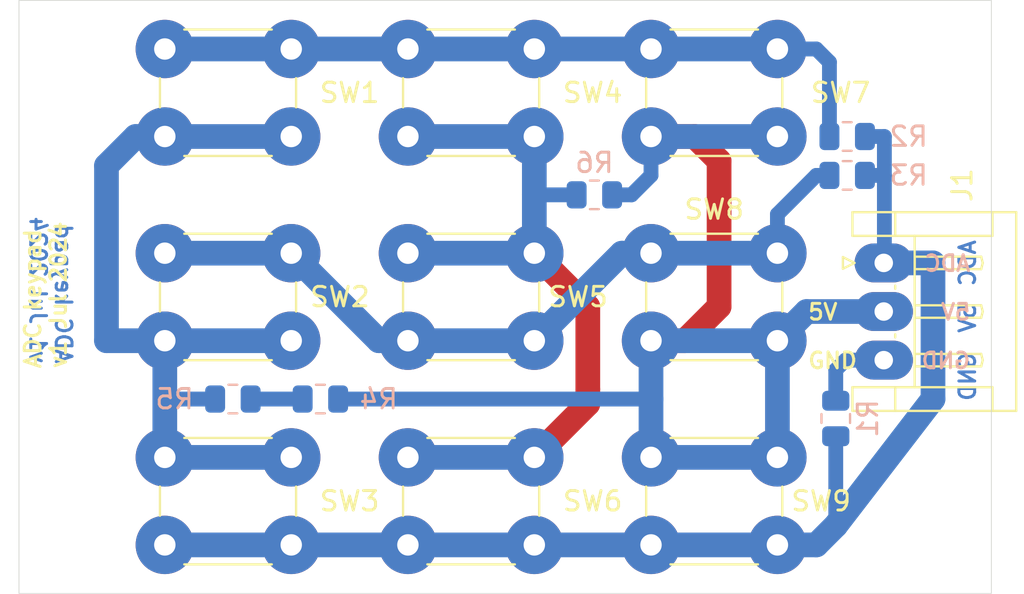
<source format=kicad_pcb>
(kicad_pcb (version 20221018) (generator pcbnew)
  (title_block (rev "1"))
  (layers (0 "F.Cu" signal "Front") (1 "In1.Cu" signal) (2 "In2.Cu" signal) (31 "B.Cu" signal "Back") (34 "B.Paste" user) (35 "F.Paste" user) (36 "B.SilkS" user "B.Silkscreen") (37 "F.SilkS" user "F.Silkscreen") (38 "B.Mask" user) (39 "F.Mask" user) (44 "Edge.Cuts" user))
  (net 0 "")
  (net 1 "+5V")
  (net 2 "ADC")
  (net 3 "Net-(R2-Pad1)")
  (net 4 "Net-(R3-Pad1)")
  (net 5 "Net-(R4-Pad2)")
  (net 6 "Net-(R5-Pad2)")
  (net 7 "Net-(R6-Pad2)")
  (net 8 "GND")
  (footprint "Button_Switch_THT:SW_PUSH_6mm" (layer "F.Cu") (at 122 47.5)
    (fp_text reference "SW1" (at 9.5 2.25) (layer "F.SilkS"))
    (fp_text value "B1")
    (fp_line (start -0.25 1.5) (end -0.25 3) (stroke (width 0.12)) (layer "F.SilkS"))
    (fp_line (start 1 5.5) (end 5.5 5.5) (stroke (width 0.12)) (layer "F.SilkS"))
    (fp_line (start 5.5 -1) (end 1 -1) (stroke (width 0.12)) (layer "F.SilkS"))
    (fp_line (start 6.75 3) (end 6.75 1.5) (stroke (width 0.12)) (layer "F.SilkS"))
    (pad "1" thru_hole circle (at 0 0 90) (size 3 3) (drill 1.1) (layers "*.Cu" "*.Mask") (net 3 "Net-(R2-Pad1)"))
    (pad "1" thru_hole circle (at 6.5 0 90) (size 3 3) (drill 1.1) (layers "*.Cu" "*.Mask") (net 3 "Net-(R2-Pad1)"))
    (pad "2" thru_hole circle (at 0 4.5 90) (size 3 3) (drill 1.1) (layers "*.Cu" "*.Mask") (net 6 "Net-(R5-Pad2)"))
    (pad "2" thru_hole circle (at 6.5 4.5 90) (size 3 3) (drill 1.1) (layers "*.Cu" "*.Mask") (net 6 "Net-(R5-Pad2)"))
  )
  (footprint "MountingHole:MountingHole_3.2mm_M3" (layer "F.Cu") (at 117 72)
    (fp_text reference "H3" hide)
    (fp_text value "MountingHole" hide)
    (pad "" np_thru_hole circle (at 0 0) (size 3.2 3.2) (drill 3.2) (layers "*.Cu" "*.Mask"))
  )
  (footprint "Button_Switch_THT:SW_PUSH_6mm" (layer "F.Cu") (at 147 47.5)
    (fp_text reference "SW7" (at 9.75 2.25) (layer "F.SilkS"))
    (fp_text value "B1")
    (fp_line (start -0.25 1.5) (end -0.25 3) (stroke (width 0.12)) (layer "F.SilkS"))
    (fp_line (start 1 5.5) (end 5.5 5.5) (stroke (width 0.12)) (layer "F.SilkS"))
    (fp_line (start 5.5 -1) (end 1 -1) (stroke (width 0.12)) (layer "F.SilkS"))
    (fp_line (start 6.75 3) (end 6.75 1.5) (stroke (width 0.12)) (layer "F.SilkS"))
    (pad "1" thru_hole circle (at 0 0 90) (size 3 3) (drill 1.1) (layers "*.Cu" "*.Mask") (net 3 "Net-(R2-Pad1)"))
    (pad "1" thru_hole circle (at 6.5 0 90) (size 3 3) (drill 1.1) (layers "*.Cu" "*.Mask") (net 3 "Net-(R2-Pad1)"))
    (pad "2" thru_hole circle (at 0 4.5 90) (size 3 3) (drill 1.1) (layers "*.Cu" "*.Mask") (net 1 "+5V"))
    (pad "2" thru_hole circle (at 6.5 4.5 90) (size 3 3) (drill 1.1) (layers "*.Cu" "*.Mask") (net 1 "+5V"))
  )
  (footprint "Button_Switch_THT:SW_PUSH_6mm" (layer "F.Cu") (at 153.5 73 180)
    (fp_text reference "SW9" (at -2.25 2.25) (layer "F.SilkS"))
    (fp_text value "B1")
    (fp_line (start -0.25 1.5) (end -0.25 3) (stroke (width 0.12)) (layer "F.SilkS"))
    (fp_line (start 1 5.5) (end 5.5 5.5) (stroke (width 0.12)) (layer "F.SilkS"))
    (fp_line (start 5.5 -1) (end 1 -1) (stroke (width 0.12)) (layer "F.SilkS"))
    (fp_line (start 6.75 3) (end 6.75 1.5) (stroke (width 0.12)) (layer "F.SilkS"))
    (pad "1" thru_hole circle (at 0 0 270) (size 3 3) (drill 1.1) (layers "*.Cu" "*.Mask") (net 2 "ADC"))
    (pad "1" thru_hole circle (at 6.5 0 270) (size 3 3) (drill 1.1) (layers "*.Cu" "*.Mask") (net 2 "ADC"))
    (pad "2" thru_hole circle (at 0 4.5 270) (size 3 3) (drill 1.1) (layers "*.Cu" "*.Mask") (net 1 "+5V"))
    (pad "2" thru_hole circle (at 6.5 4.5 270) (size 3 3) (drill 1.1) (layers "*.Cu" "*.Mask") (net 1 "+5V"))
  )
  (footprint "MountingHole:MountingHole_3.2mm_M3" (layer "F.Cu") (at 117 48.5)
    (fp_text reference "H1" hide)
    (fp_text value "MountingHole" hide)
    (pad "" np_thru_hole circle (at 0 0) (size 3.2 3.2) (drill 3.2) (layers "*.Cu" "*.Mask"))
  )
  (footprint "Button_Switch_THT:SW_PUSH_6mm" (layer "F.Cu") (at 141 62.5 180)
    (fp_text reference "SW5" (at -2.25 2.25) (layer "F.SilkS"))
    (fp_text value "B1")
    (fp_line (start -0.25 1.5) (end -0.25 3) (stroke (width 0.12)) (layer "F.SilkS"))
    (fp_line (start 1 5.5) (end 5.5 5.5) (stroke (width 0.12)) (layer "F.SilkS"))
    (fp_line (start 5.5 -1) (end 1 -1) (stroke (width 0.12)) (layer "F.SilkS"))
    (fp_line (start 6.75 3) (end 6.75 1.5) (stroke (width 0.12)) (layer "F.SilkS"))
    (pad "1" thru_hole circle (at 0 0 270) (size 3 3) (drill 1.1) (layers "*.Cu" "*.Mask") (net 4 "Net-(R3-Pad1)"))
    (pad "1" thru_hole circle (at 6.5 0 270) (size 3 3) (drill 1.1) (layers "*.Cu" "*.Mask") (net 4 "Net-(R3-Pad1)"))
    (pad "2" thru_hole circle (at 0 4.5 270) (size 3 3) (drill 1.1) (layers "*.Cu" "*.Mask") (net 7 "Net-(R6-Pad2)"))
    (pad "2" thru_hole circle (at 6.5 4.5 270) (size 3 3) (drill 1.1) (layers "*.Cu" "*.Mask") (net 7 "Net-(R6-Pad2)"))
  )
  (footprint "Button_Switch_THT:SW_PUSH_6mm" (layer "F.Cu") (at 122 58)
    (fp_text reference "SW2" (at 9 2.25) (layer "F.SilkS"))
    (fp_text value "B1")
    (fp_line (start -0.25 1.5) (end -0.25 3) (stroke (width 0.12)) (layer "F.SilkS"))
    (fp_line (start 1 5.5) (end 5.5 5.5) (stroke (width 0.12)) (layer "F.SilkS"))
    (fp_line (start 5.5 -1) (end 1 -1) (stroke (width 0.12)) (layer "F.SilkS"))
    (fp_line (start 6.75 3) (end 6.75 1.5) (stroke (width 0.12)) (layer "F.SilkS"))
    (pad "1" thru_hole circle (at 0 0 90) (size 3 3) (drill 1.1) (layers "*.Cu" "*.Mask") (net 4 "Net-(R3-Pad1)"))
    (pad "1" thru_hole circle (at 6.5 0 90) (size 3 3) (drill 1.1) (layers "*.Cu" "*.Mask") (net 4 "Net-(R3-Pad1)"))
    (pad "2" thru_hole circle (at 0 4.5 90) (size 3 3) (drill 1.1) (layers "*.Cu" "*.Mask") (net 6 "Net-(R5-Pad2)"))
    (pad "2" thru_hole circle (at 6.5 4.5 90) (size 3 3) (drill 1.1) (layers "*.Cu" "*.Mask") (net 6 "Net-(R5-Pad2)"))
  )
  (footprint "MountingHole:MountingHole_3.2mm_M3" (layer "F.Cu") (at 161 48.5)
    (fp_text reference "H2" hide)
    (fp_text value "MountingHole" hide)
    (pad "" np_thru_hole circle (at 0 0) (size 3.2 3.2) (drill 3.2) (layers "*.Cu" "*.Mask"))
  )
  (footprint "Button_Switch_THT:SW_PUSH_6mm" (layer "F.Cu") (at 128.5 73 180)
    (fp_text reference "SW3" (at -3 2.25) (layer "F.SilkS"))
    (fp_text value "B1")
    (fp_line (start -0.25 1.5) (end -0.25 3) (stroke (width 0.12)) (layer "F.SilkS"))
    (fp_line (start 1 5.5) (end 5.5 5.5) (stroke (width 0.12)) (layer "F.SilkS"))
    (fp_line (start 5.5 -1) (end 1 -1) (stroke (width 0.12)) (layer "F.SilkS"))
    (fp_line (start 6.75 3) (end 6.75 1.5) (stroke (width 0.12)) (layer "F.SilkS"))
    (pad "1" thru_hole circle (at 0 0 270) (size 3 3) (drill 1.1) (layers "*.Cu" "*.Mask") (net 2 "ADC"))
    (pad "1" thru_hole circle (at 6.5 0 270) (size 3 3) (drill 1.1) (layers "*.Cu" "*.Mask") (net 2 "ADC"))
    (pad "2" thru_hole circle (at 0 4.5 270) (size 3 3) (drill 1.1) (layers "*.Cu" "*.Mask") (net 6 "Net-(R5-Pad2)"))
    (pad "2" thru_hole circle (at 6.5 4.5 270) (size 3 3) (drill 1.1) (layers "*.Cu" "*.Mask") (net 6 "Net-(R5-Pad2)"))
  )
  (footprint "Button_Switch_THT:SW_PUSH_6mm" (layer "F.Cu") (at 134.5 47.5)
    (fp_text reference "SW4" (at 9.5 2.25) (layer "F.SilkS"))
    (fp_text value "B1")
    (fp_line (start -0.25 1.5) (end -0.25 3) (stroke (width 0.12)) (layer "F.SilkS"))
    (fp_line (start 1 5.5) (end 5.5 5.5) (stroke (width 0.12)) (layer "F.SilkS"))
    (fp_line (start 5.5 -1) (end 1 -1) (stroke (width 0.12)) (layer "F.SilkS"))
    (fp_line (start 6.75 3) (end 6.75 1.5) (stroke (width 0.12)) (layer "F.SilkS"))
    (pad "1" thru_hole circle (at 0 0 90) (size 3 3) (drill 1.1) (layers "*.Cu" "*.Mask") (net 3 "Net-(R2-Pad1)"))
    (pad "1" thru_hole circle (at 6.5 0 90) (size 3 3) (drill 1.1) (layers "*.Cu" "*.Mask") (net 3 "Net-(R2-Pad1)"))
    (pad "2" thru_hole circle (at 0 4.5 90) (size 3 3) (drill 1.1) (layers "*.Cu" "*.Mask") (net 7 "Net-(R6-Pad2)"))
    (pad "2" thru_hole circle (at 6.5 4.5 90) (size 3 3) (drill 1.1) (layers "*.Cu" "*.Mask") (net 7 "Net-(R6-Pad2)"))
  )
  (footprint "MountingHole:MountingHole_3.2mm_M3" (layer "F.Cu") (at 161 72)
    (fp_text reference "H4" hide)
    (fp_text value "MountingHole" hide)
    (pad "" np_thru_hole circle (at 0 0) (size 3.2 3.2) (drill 3.2) (layers "*.Cu" "*.Mask"))
  )
  (footprint "Button_Switch_THT:SW_PUSH_6mm" (layer "F.Cu") (at 141 73 180)
    (fp_text reference "SW6" (at -3 2.25) (layer "F.SilkS"))
    (fp_text value "B1")
    (fp_line (start -0.25 1.5) (end -0.25 3) (stroke (width 0.12)) (layer "F.SilkS"))
    (fp_line (start 1 5.5) (end 5.5 5.5) (stroke (width 0.12)) (layer "F.SilkS"))
    (fp_line (start 5.5 -1) (end 1 -1) (stroke (width 0.12)) (layer "F.SilkS"))
    (fp_line (start 6.75 3) (end 6.75 1.5) (stroke (width 0.12)) (layer "F.SilkS"))
    (pad "1" thru_hole circle (at 0 0 270) (size 3 3) (drill 1.1) (layers "*.Cu" "*.Mask") (net 2 "ADC"))
    (pad "1" thru_hole circle (at 6.5 0 270) (size 3 3) (drill 1.1) (layers "*.Cu" "*.Mask") (net 2 "ADC"))
    (pad "2" thru_hole circle (at 0 4.5 270) (size 3 3) (drill 1.1) (layers "*.Cu" "*.Mask") (net 7 "Net-(R6-Pad2)"))
    (pad "2" thru_hole circle (at 6.5 4.5 270) (size 3 3) (drill 1.1) (layers "*.Cu" "*.Mask") (net 7 "Net-(R6-Pad2)"))
  )
  (footprint "Connector_JST:JST_EH_S3B-EH_1x03_P2.50mm_Horizontal" (layer "F.Cu") (at 158.9675 58.5 -90)
    (fp_text reference "J1" (at -4 -4.0325 90) (layer "F.SilkS"))
    (fp_text value "Conn")
    (fp_line (start -2.61 -6.81) (end 7.61 -6.81) (stroke (width 0.12)) (layer "F.SilkS"))
    (fp_line (start -2.61 -5.59) (end -1.39 -5.59) (stroke (width 0.12)) (layer "F.SilkS"))
    (fp_line (start -2.61 1.61) (end -2.61 -6.81) (stroke (width 0.12)) (layer "F.SilkS"))
    (fp_line (start -1.39 -5.59) (end -1.39 -0.59) (stroke (width 0.12)) (layer "F.SilkS"))
    (fp_line (start -1.39 -1.59) (end 6.39 -1.59) (stroke (width 0.12)) (layer "F.SilkS"))
    (fp_line (start -1.39 -0.59) (end -2.61 -0.59) (stroke (width 0.12)) (layer "F.SilkS"))
    (fp_line (start -1.39 -0.59) (end -1.39 1.61) (stroke (width 0.12)) (layer "F.SilkS"))
    (fp_line (start -1.39 1.61) (end -2.61 1.61) (stroke (width 0.12)) (layer "F.SilkS"))
    (fp_line (start -0.32 -5.01) (end 0 -5.09) (stroke (width 0.12)) (layer "F.SilkS"))
    (fp_line (start -0.32 -1.59) (end -0.32 -5.01) (stroke (width 0.12)) (layer "F.SilkS"))
    (fp_line (start -0.3 2.1) (end 0.3 2.1) (stroke (width 0.12)) (layer "F.SilkS"))
    (fp_line (start 0 -5.09) (end 0.32 -5.01) (stroke (width 0.12)) (layer "F.SilkS"))
    (fp_line (start 0 -1.59) (end -0.32 -1.59) (stroke (width 0.12)) (layer "F.SilkS"))
    (fp_line (start 0 1.5) (end -0.3 2.1) (stroke (width 0.12)) (layer "F.SilkS"))
    (fp_line (start 0.3 2.1) (end 0 1.5) (stroke (width 0.12)) (layer "F.SilkS"))
    (fp_line (start 0.32 -5.01) (end 0.32 -1.59) (stroke (width 0.12)) (layer "F.SilkS"))
    (fp_line (start 0.32 -1.59) (end 0 -1.59) (stroke (width 0.12)) (layer "F.SilkS"))
    (fp_line (start 1.17 -0.59) (end 1.33 -0.59) (stroke (width 0.12)) (layer "F.SilkS"))
    (fp_line (start 2.18 -5.01) (end 2.5 -5.09) (stroke (width 0.12)) (layer "F.SilkS"))
    (fp_line (start 2.18 -1.59) (end 2.18 -5.01) (stroke (width 0.12)) (layer "F.SilkS"))
    (fp_line (start 2.5 -5.09) (end 2.82 -5.01) (stroke (width 0.12)) (layer "F.SilkS"))
    (fp_line (start 2.5 -1.59) (end 2.18 -1.59) (stroke (width 0.12)) (layer "F.SilkS"))
    (fp_line (start 2.82 -5.01) (end 2.82 -1.59) (stroke (width 0.12)) (layer "F.SilkS"))
    (fp_line (start 2.82 -1.59) (end 2.5 -1.59) (stroke (width 0.12)) (layer "F.SilkS"))
    (fp_line (start 3.67 -0.59) (end 3.83 -0.59) (stroke (width 0.12)) (layer "F.SilkS"))
    (fp_line (start 4.68 -5.01) (end 5 -5.09) (stroke (width 0.12)) (layer "F.SilkS"))
    (fp_line (start 4.68 -1.59) (end 4.68 -5.01) (stroke (width 0.12)) (layer "F.SilkS"))
    (fp_line (start 5 -5.09) (end 5.32 -5.01) (stroke (width 0.12)) (layer "F.SilkS"))
    (fp_line (start 5 -1.59) (end 4.68 -1.59) (stroke (width 0.12)) (layer "F.SilkS"))
    (fp_line (start 5.32 -5.01) (end 5.32 -1.59) (stroke (width 0.12)) (layer "F.SilkS"))
    (fp_line (start 5.32 -1.59) (end 5 -1.59) (stroke (width 0.12)) (layer "F.SilkS"))
    (fp_line (start 6.39 -5.59) (end 6.39 -0.59) (stroke (width 0.12)) (layer "F.SilkS"))
    (fp_line (start 6.39 -0.59) (end 7.61 -0.59) (stroke (width 0.12)) (layer "F.SilkS"))
    (fp_line (start 6.39 1.61) (end 6.39 -0.59) (stroke (width 0.12)) (layer "F.SilkS"))
    (fp_line (start 7.61 -6.81) (end 7.61 1.61) (stroke (width 0.12)) (layer "F.SilkS"))
    (fp_line (start 7.61 -5.59) (end 6.39 -5.59) (stroke (width 0.12)) (layer "F.SilkS"))
    (fp_line (start 7.61 1.61) (end 6.39 1.61) (stroke (width 0.12)) (layer "F.SilkS"))
    (pad "1" thru_hole oval (at 0 0 270) (size 2 3) (drill 0.95) (layers "*.Cu" "*.Mask") (net 2 "ADC"))
    (pad "2" thru_hole oval (at 2.5 0 270) (size 2 3) (drill 0.95) (layers "*.Cu" "*.Mask") (net 1 "+5V"))
    (pad "3" thru_hole oval (at 5 0 270) (size 2 3) (drill 0.95) (layers "*.Cu" "*.Mask") (net 8 "GND"))
  )
  (footprint "Button_Switch_THT:SW_PUSH_6mm" (layer "F.Cu") (at 147 58)
    (fp_text reference "SW8" (at 3.25 -2.25) (layer "F.SilkS"))
    (fp_text value "B1")
    (fp_line (start -0.25 1.5) (end -0.25 3) (stroke (width 0.12)) (layer "F.SilkS"))
    (fp_line (start 1 5.5) (end 5.5 5.5) (stroke (width 0.12)) (layer "F.SilkS"))
    (fp_line (start 5.5 -1) (end 1 -1) (stroke (width 0.12)) (layer "F.SilkS"))
    (fp_line (start 6.75 3) (end 6.75 1.5) (stroke (width 0.12)) (layer "F.SilkS"))
    (pad "1" thru_hole circle (at 0 0 90) (size 3 3) (drill 1.1) (layers "*.Cu" "*.Mask") (net 4 "Net-(R3-Pad1)"))
    (pad "1" thru_hole circle (at 6.5 0 90) (size 3 3) (drill 1.1) (layers "*.Cu" "*.Mask") (net 4 "Net-(R3-Pad1)"))
    (pad "2" thru_hole circle (at 0 4.5 90) (size 3 3) (drill 1.1) (layers "*.Cu" "*.Mask") (net 1 "+5V"))
    (pad "2" thru_hole circle (at 6.5 4.5 90) (size 3 3) (drill 1.1) (layers "*.Cu" "*.Mask") (net 1 "+5V"))
  )
  (footprint "Resistor_SMD:R_0805_2012Metric" (layer "B.Cu") (at 156.5 66.5 90)
    (fp_text reference "R1" (at 0 1.65 90) (layer "B.SilkS") (effects (justify mirror)))
    (fp_text value "10k")
    (fp_line (start -0.227064 -0.735) (end 0.227064 -0.735) (stroke (width 0.12)) (layer "B.SilkS"))
    (fp_line (start -0.227064 0.735) (end 0.227064 0.735) (stroke (width 0.12)) (layer "B.SilkS"))
    (pad "1" smd roundrect (at -0.9125 0 90) (size 1.025 1.4) (layers "B.Cu" "B.Paste" "B.Mask") (roundrect_rratio 0.243902) (net 2 "ADC"))
    (pad "2" smd roundrect (at 0.9125 0 90) (size 1.025 1.4) (layers "B.Cu" "B.Paste" "B.Mask") (roundrect_rratio 0.243902) (net 8 "GND"))
  )
  (footprint "Resistor_SMD:R_0805_2012Metric" (layer "B.Cu") (at 125.5 65.5 180)
    (fp_text reference "R5" (at 3 0) (layer "B.SilkS") (effects (justify mirror)))
    (fp_text value "2.2k")
    (fp_line (start -0.227064 -0.735) (end 0.227064 -0.735) (stroke (width 0.12)) (layer "B.SilkS"))
    (fp_line (start -0.227064 0.735) (end 0.227064 0.735) (stroke (width 0.12)) (layer "B.SilkS"))
    (pad "1" smd roundrect (at -0.9125 0 180) (size 1.025 1.4) (layers "B.Cu" "B.Paste" "B.Mask") (roundrect_rratio 0.243902) (net 5 "Net-(R4-Pad2)"))
    (pad "2" smd roundrect (at 0.9125 0 180) (size 1.025 1.4) (layers "B.Cu" "B.Paste" "B.Mask") (roundrect_rratio 0.243902) (net 6 "Net-(R5-Pad2)"))
  )
  (footprint "Resistor_SMD:R_0805_2012Metric" (layer "B.Cu") (at 144.0875 55 180)
    (fp_text reference "R6" (at 0 1.65) (layer "B.SilkS") (effects (justify mirror)))
    (fp_text value "3.3k")
    (fp_line (start -0.227064 -0.735) (end 0.227064 -0.735) (stroke (width 0.12)) (layer "B.SilkS"))
    (fp_line (start -0.227064 0.735) (end 0.227064 0.735) (stroke (width 0.12)) (layer "B.SilkS"))
    (pad "1" smd roundrect (at -0.9125 0 180) (size 1.025 1.4) (layers "B.Cu" "B.Paste" "B.Mask") (roundrect_rratio 0.243902) (net 1 "+5V"))
    (pad "2" smd roundrect (at 0.9125 0 180) (size 1.025 1.4) (layers "B.Cu" "B.Paste" "B.Mask") (roundrect_rratio 0.243902) (net 7 "Net-(R6-Pad2)"))
  )
  (footprint "Resistor_SMD:R_0805_2012Metric" (layer "B.Cu") (at 130 65.5 180)
    (fp_text reference "R4" (at -3 0) (layer "B.SilkS") (effects (justify mirror)))
    (fp_text value "3.9k")
    (fp_line (start -0.227064 -0.735) (end 0.227064 -0.735) (stroke (width 0.12)) (layer "B.SilkS"))
    (fp_line (start -0.227064 0.735) (end 0.227064 0.735) (stroke (width 0.12)) (layer "B.SilkS"))
    (pad "1" smd roundrect (at -0.9125 0 180) (size 1.025 1.4) (layers "B.Cu" "B.Paste" "B.Mask") (roundrect_rratio 0.243902) (net 1 "+5V"))
    (pad "2" smd roundrect (at 0.9125 0 180) (size 1.025 1.4) (layers "B.Cu" "B.Paste" "B.Mask") (roundrect_rratio 0.243902) (net 5 "Net-(R4-Pad2)"))
  )
  (footprint "Resistor_SMD:R_0805_2012Metric" (layer "B.Cu") (at 157.0875 54)
    (fp_text reference "R3" (at 3.1625 0) (layer "B.SilkS") (effects (justify mirror)))
    (fp_text value "1k")
    (fp_line (start -0.227064 -0.735) (end 0.227064 -0.735) (stroke (width 0.12)) (layer "B.SilkS"))
    (fp_line (start -0.227064 0.735) (end 0.227064 0.735) (stroke (width 0.12)) (layer "B.SilkS"))
    (pad "1" smd roundrect (at -0.9125 0) (size 1.025 1.4) (layers "B.Cu" "B.Paste" "B.Mask") (roundrect_rratio 0.243902) (net 4 "Net-(R3-Pad1)"))
    (pad "2" smd roundrect (at 0.9125 0) (size 1.025 1.4) (layers "B.Cu" "B.Paste" "B.Mask") (roundrect_rratio 0.243902) (net 2 "ADC"))
  )
  (footprint "Resistor_SMD:R_0805_2012Metric" (layer "B.Cu") (at 157.0875 52)
    (fp_text reference "R2" (at 3.1625 0) (layer "B.SilkS") (effects (justify mirror)))
    (fp_text value "2.2k")
    (fp_line (start -0.227064 -0.735) (end 0.227064 -0.735) (stroke (width 0.12)) (layer "B.SilkS"))
    (fp_line (start -0.227064 0.735) (end 0.227064 0.735) (stroke (width 0.12)) (layer "B.SilkS"))
    (pad "1" smd roundrect (at -0.9125 0) (size 1.025 1.4) (layers "B.Cu" "B.Paste" "B.Mask") (roundrect_rratio 0.243902) (net 3 "Net-(R2-Pad1)"))
    (pad "2" smd roundrect (at 0.9125 0) (size 1.025 1.4) (layers "B.Cu" "B.Paste" "B.Mask") (roundrect_rratio 0.243902) (net 2 "ADC"))
  )
  (gr_rect (start 114.5 45) (end 164.5 75.5) (stroke (width 0.0381)) (fill none) (layer "Edge.Cuts"))
  (gr_text "ADC keypad\nv1 Jul 2024" (at 115 63.75 270) (layer "B.Cu") (effects (font (size 0.8128 0.8128) (thickness 0.1524) bold) (justify left bottom mirror)))
  (gr_text "GND" (at 163.75 63 90) (layer "B.Cu") (effects (font (size 0.8128 0.8128) (thickness 0.1524) bold) (justify left bottom mirror)))
  (gr_text "5V" (at 163.75 60.5 90) (layer "B.Cu") (effects (font (size 0.8128 0.8128) (thickness 0.1524) bold) (justify left bottom mirror)))
  (gr_text "ADC" (at 163.75 57.25 90) (layer "B.Cu") (effects (font (size 0.8128 0.8128) (thickness 0.1524) bold) (justify left bottom mirror)))
  (gr_text "GND" (at 163.5 64) (layer "B.SilkS") (effects (font (size 0.8128 0.8128) (thickness 0.1524) bold) (justify left bottom mirror)))
  (gr_text "ADC" (at 163.5 59) (layer "B.SilkS") (effects (font (size 0.8128 0.8128) (thickness 0.1524) bold) (justify left bottom mirror)))
  (gr_text "5V" (at 163.5 61.5) (layer "B.SilkS") (effects (font (size 0.8128 0.8128) (thickness 0.1524) bold) (justify left bottom mirror)))
  (gr_text "GND" (at 155 64) (layer "F.SilkS") (effects (font (size 0.8128 0.8128) (thickness 0.1524) bold) (justify left bottom)))
  (gr_text "ADC keypad\nv1 Jul 2024" (at 117 64 90) (layer "F.SilkS") (effects (font (size 0.8128 0.8128) (thickness 0.1524) bold) (justify left bottom)))
  (gr_text "5V" (at 155 61.5) (layer "F.SilkS") (effects (font (size 0.8128 0.8128) (thickness 0.1524) bold) (justify left bottom)))
  (segment (start 150.5 60.75) (end 150.5 53.25) (width 1.27) (layer "F.Cu") (net 1))
  (segment (start 149.25 52) (end 147 52) (width 1.27) (layer "F.Cu") (net 1))
  (segment (start 150.5 53.25) (end 149.25 52) (width 1.27) (layer "F.Cu") (net 1))
  (segment (start 147 62.5) (end 148.75 62.5) (width 1.27) (layer "F.Cu") (net 1))
  (segment (start 148.75 62.5) (end 150.5 60.75) (width 1.27) (layer "F.Cu") (net 1))
  (segment (start 147 68.5) (end 153.5 68.5) (width 1.27) (layer "B.Cu") (net 1))
  (segment (start 147 65.5) (end 147 62.5) (width 1.27) (layer "B.Cu") (net 1))
  (segment (start 145 55) (end 146 55) (width 0.762) (layer "B.Cu") (net 1))
  (segment (start 155 61) (end 158.9675 61) (width 1.27) (layer "B.Cu") (net 1))
  (segment (start 153.5 68.5) (end 153.5 62.5) (width 1.27) (layer "B.Cu") (net 1))
  (segment (start 147 68.5) (end 147 65.5) (width 1.27) (layer "B.Cu") (net 1))
  (segment (start 147 54) (end 147 52) (width 0.762) (layer "B.Cu") (net 1))
  (segment (start 153.5 62.5) (end 155 61) (width 1.27) (layer "B.Cu") (net 1))
  (segment (start 147 62.5) (end 153.5 62.5) (width 1.27) (layer "B.Cu") (net 1))
  (segment (start 130.9125 65.5) (end 147 65.5) (width 0.762) (layer "B.Cu") (net 1))
  (segment (start 153.5 52) (end 147 52) (width 1.27) (layer "B.Cu") (net 1))
  (segment (start 146 55) (end 147 54) (width 0.762) (layer "B.Cu") (net 1))
  (segment (start 156.5 67.4125) (end 156.5 72) (width 0.762) (layer "B.Cu") (net 2))
  (segment (start 159 54) (end 159 58.4675) (width 0.762) (layer "B.Cu") (net 2))
  (segment (start 159 54) (end 159 52) (width 0.762) (layer "B.Cu") (net 2))
  (segment (start 159 58.4675) (end 158.9675 58.5) (width 0.762) (layer "B.Cu") (net 2))
  (segment (start 158 54) (end 159 54) (width 0.762) (layer "B.Cu") (net 2))
  (segment (start 153.5 73) (end 128.5 73) (width 1.27) (layer "B.Cu") (net 2))
  (segment (start 156.5 72) (end 161.5 65.5) (width 1.27) (layer "B.Cu") (net 2))
  (segment (start 161.5 58.5) (end 158.9675 58.5) (width 1.27) (layer "B.Cu") (net 2))
  (segment (start 159 52) (end 158 52) (width 0.762) (layer "B.Cu") (net 2))
  (segment (start 155.5 73) (end 153.5 73) (width 1.27) (layer "B.Cu") (net 2))
  (segment (start 156.5 72) (end 155.5 73) (width 1.27) (layer "B.Cu") (net 2))
  (segment (start 128.5 73) (end 122 73) (width 1.27) (layer "B.Cu") (net 2))
  (segment (start 161.5 65.5) (end 161.5 58.5) (width 1.27) (layer "B.Cu") (net 2))
  (segment (start 155.5 47.5) (end 153.5 47.5) (width 0.762) (layer "B.Cu") (net 3))
  (segment (start 156.175 48.175) (end 155.5 47.5) (width 0.762) (layer "B.Cu") (net 3))
  (segment (start 153.5 47.5) (end 122 47.5) (width 1.27) (layer "B.Cu") (net 3))
  (segment (start 156.175 52) (end 156.175 48.175) (width 0.762) (layer "B.Cu") (net 3))
  (segment (start 145.5 58) (end 141 62.5) (width 1.27) (layer "B.Cu") (net 4))
  (segment (start 155.5 54) (end 153.5 56) (width 0.762) (layer "B.Cu") (net 4))
  (segment (start 147 58) (end 153.5 58) (width 1.27) (layer "B.Cu") (net 4))
  (segment (start 141 62.5) (end 134.5 62.5) (width 1.27) (layer "B.Cu") (net 4))
  (segment (start 147 58) (end 145.5 58) (width 1.27) (layer "B.Cu") (net 4))
  (segment (start 153.5 56) (end 153.5 58) (width 0.762) (layer "B.Cu") (net 4))
  (segment (start 156.175 54) (end 155.5 54) (width 0.762) (layer "B.Cu") (net 4))
  (segment (start 122 58) (end 128.5 58) (width 1.27) (layer "B.Cu") (net 4))
  (segment (start 134.5 62.5) (end 133 62.5) (width 1.27) (layer "B.Cu") (net 4))
  (segment (start 133 62.5) (end 128.5 58) (width 1.27) (layer "B.Cu") (net 4))
  (segment (start 129.0875 65.5) (end 126.4125 65.5) (width 0.762) (layer "B.Cu") (net 5))
  (segment (start 119 62.5) (end 122 62.5) (width 1.27) (layer "B.Cu") (net 6))
  (segment (start 120.5 52) (end 119 53.5) (width 1.27) (layer "B.Cu") (net 6))
  (segment (start 122 62.5) (end 128.5 62.5) (width 1.27) (layer "B.Cu") (net 6))
  (segment (start 119 53.5) (end 119 62.5) (width 1.27) (layer "B.Cu") (net 6))
  (segment (start 124.5875 65.5) (end 122 65.5) (width 0.762) (layer "B.Cu") (net 6))
  (segment (start 122 65.5) (end 122 62.5) (width 1.27) (layer "B.Cu") (net 6))
  (segment (start 122 68.5) (end 122 65.5) (width 1.27) (layer "B.Cu") (net 6))
  (segment (start 122 68.5) (end 128.5 68.5) (width 1.27) (layer "B.Cu") (net 6))
  (segment (start 128.5 52) (end 122 52) (width 1.27) (layer "B.Cu") (net 6))
  (segment (start 122 52) (end 120.5 52) (width 1.27) (layer "B.Cu") (net 6))
  (segment (start 143.75 60.75) (end 143.75 65) (width 1.27) (layer "F.Cu") (net 7))
  (segment (start 141 58) (end 143.75 60.75) (width 1.27) (layer "F.Cu") (net 7))
  (segment (start 143.75 65.75) (end 143.75 65) (width 1.27) (layer "F.Cu") (net 7))
  (segment (start 141 68.5) (end 143.75 65.75) (width 1.27) (layer "F.Cu") (net 7))
  (segment (start 141 52) (end 134.5 52) (width 1.27) (layer "B.Cu") (net 7))
  (segment (start 141 52) (end 141 55) (width 1.27) (layer "B.Cu") (net 7))
  (segment (start 143.175 55) (end 141 55) (width 0.762) (layer "B.Cu") (net 7))
  (segment (start 141 55) (end 141 58) (width 1.27) (layer "B.Cu") (net 7))
  (segment (start 134.5 68.5) (end 141 68.5) (width 1.27) (layer "B.Cu") (net 7))
  (segment (start 134.5 58) (end 141 58) (width 1.27) (layer "B.Cu") (net 7))
  (segment (start 157 63.5) (end 158.9675 63.5) (width 0.762) (layer "B.Cu") (net 8))
  (segment (start 156.5 65.5875) (end 156.5 64) (width 0.762) (layer "B.Cu") (net 8))
  (segment (start 156.5 64) (end 157 63.5) (width 0.762) (layer "B.Cu") (net 8))
)
</source>
